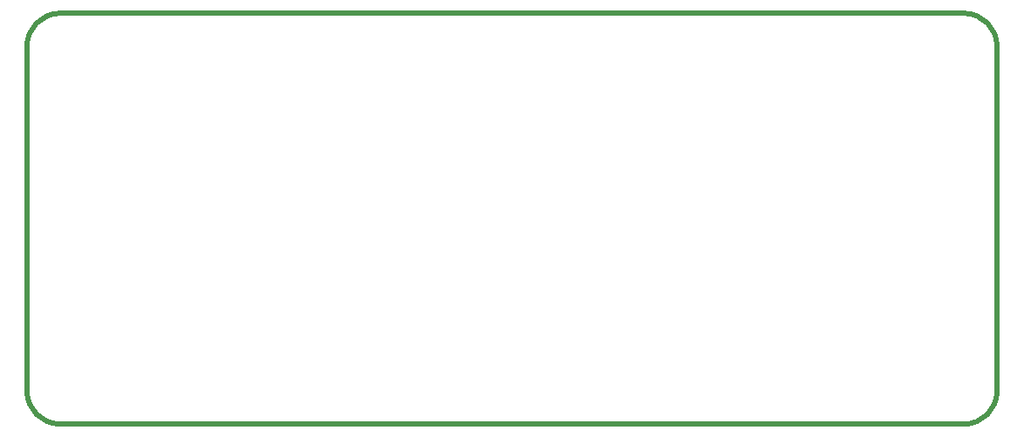
<source format=gbr>
%TF.GenerationSoftware,Altium Limited,Altium Designer,24.8.2 (39)*%
G04 Layer_Color=8388736*
%FSLAX45Y45*%
%MOMM*%
%TF.SameCoordinates,FC40D359-564B-479C-ACF9-AE4C40DE52D9*%
%TF.FilePolarity,Positive*%
%TF.FileFunction,Other,Board_Shape*%
%TF.Part,Single*%
G01*
G75*
%TA.AperFunction,NonConductor*%
%ADD44C,0.50000*%
D44*
X7668165Y6535419D02*
G03*
X7345680Y6212933I-5J-322480D01*
G01*
X16761461Y6214596D02*
G03*
X16440627Y6535421I-320822J3D01*
G01*
X16444940Y2539999D02*
G03*
X16761459Y2856520I0J316519D01*
G01*
X7345680Y2860676D02*
G03*
X7666354Y2540000I320673J-3D01*
G01*
X7345680Y2860676D02*
X7345680Y6212933D01*
X7668165Y6535419D02*
X16440627Y6535421D01*
X16761459Y2856520D02*
X16761461Y6214596D01*
X7666354Y2540000D02*
X16444940Y2539999D01*
%TF.MD5,efdbdc58e55d7547a425fb6f9322952c*%
M02*

</source>
